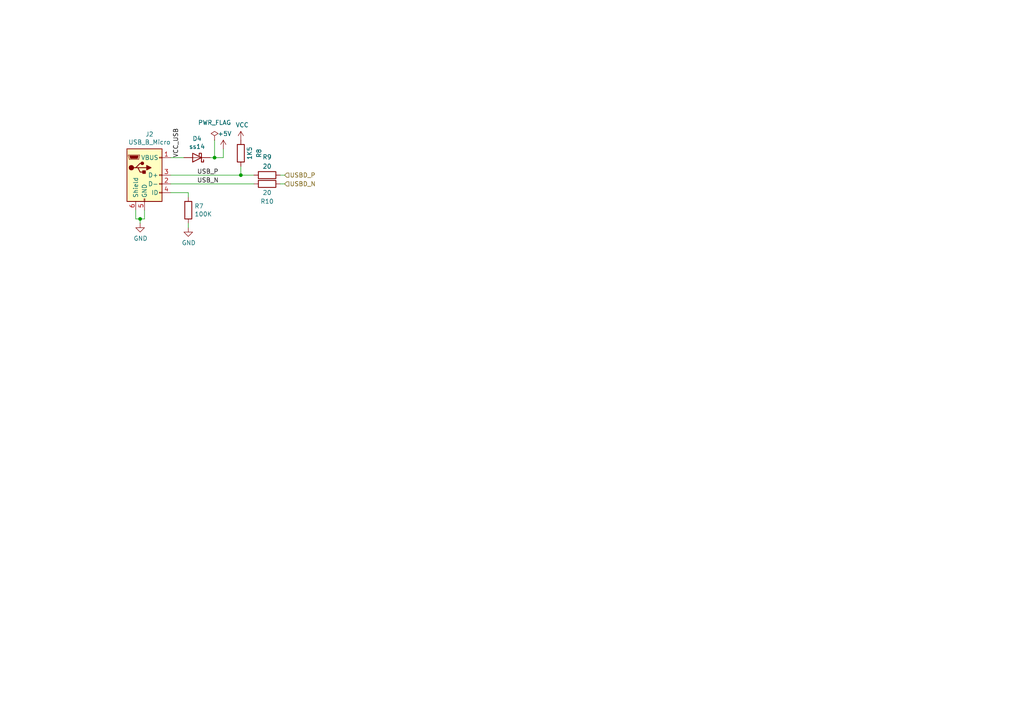
<source format=kicad_sch>
(kicad_sch (version 20231120) (generator "eeschema") (generator_version "8.0")
  (paper "A4")
  (title_block (title "STM32F103 Devel") (date "2024-08-19") (rev "0.0.3") (company "Daniel Vilas"))
  (lib_symbols
    (symbol "Connector:USB_B_Micro" (pin_names (offset 1.016))
      (property "Reference" "J" (at -5.08 11.43 0))
      (property "Value" "USB_B_Micro" (at -5.08 8.89 0))
      (symbol "USB_B_Micro_0_1"
        (rectangle (start -5.08 -7.62) (end 5.08 7.62) (stroke (width 0.254)) (fill (type background)))
        (circle (center -3.81 2.159) (radius 0.635) (stroke (width 0.254)) (fill (type outline)))
        (circle (center -0.635 3.429) (radius 0.381) (stroke (width 0.254)) (fill (type outline)))
        (rectangle (start -0.127 -7.62) (end 0.127 -6.858))
        (polyline (pts (xy -1.905 2.159) (xy 0.635 2.159)) (stroke (width 0.254)))
        (polyline (pts (xy -3.175 2.159) (xy -2.54 2.159) (xy -1.27 3.429) (xy -0.635 3.429)) (stroke (width 0.254)))
        (polyline (pts (xy -2.54 2.159) (xy -1.905 2.159) (xy -1.27 0.889) (xy 0 0.889)) (stroke (width 0.254)))
        (polyline (pts (xy 0.635 2.794) (xy 0.635 1.524) (xy 1.905 2.159) (xy 0.635 2.794)) (stroke (width 0.254)) (fill (type outline)))
        (polyline (pts (xy -4.318 5.588) (xy -1.778 5.588) (xy -2.032 4.826) (xy -4.064 4.826) (xy -4.318 5.588)) (fill (type outline)))
        (polyline (pts (xy -4.699 5.842) (xy -4.699 5.588) (xy -4.445 4.826) (xy -4.445 4.572) (xy -1.651 4.572) (xy -1.651 4.826) (xy -1.397 5.588) (xy -1.397 5.842) (xy -4.699 5.842)))
        (rectangle (start 0.254 1.27) (end -0.508 0.508) (stroke (width 0.254)) (fill (type outline)))
        (rectangle (start 5.08 -5.207) (end 4.318 -4.953))
        (rectangle (start 5.08 -2.667) (end 4.318 -2.413))
        (rectangle (start 5.08 -0.127) (end 4.318 0.127))
        (rectangle (start 5.08 4.953) (end 4.318 5.207))
      )
      (symbol "USB_B_Micro_1_1"
        (pin power_out line (at 7.62 5.08 180) (length 2.54) (name "VBUS") (number "1"))
        (pin bidirectional line (at 7.62 -2.54 180) (length 2.54) (name "D-") (number "2"))
        (pin bidirectional line (at 7.62 0 180) (length 2.54) (name "D+") (number "3"))
        (pin passive line (at 7.62 -5.08 180) (length 2.54) (name "ID") (number "4"))
        (pin power_out line (at 0 -10.16 90) (length 2.54) (name "GND") (number "5"))
        (pin passive line (at -2.54 -10.16 90) (length 2.54) (name "Shield") (number "6"))
      )
    )
    (symbol "Device:D_Schottky" (pin_numbers hide) (pin_names (offset 1.016) hide)
      (property "Reference" "D" (at 0 2.54 0))
      (property "Value" "D_Schottky" (at 0 -2.54 0))
      (symbol "D_Schottky_0_1"
        (polyline (pts (xy 1.27 0) (xy -1.27 0)))
        (polyline (pts (xy 1.27 1.27) (xy 1.27 -1.27) (xy -1.27 0) (xy 1.27 1.27)) (stroke (width 0.254)))
        (polyline (pts (xy -1.905 0.635) (xy -1.905 1.27) (xy -1.27 1.27) (xy -1.27 -1.27) (xy -0.635 -1.27) (xy -0.635 -0.635)) (stroke (width 0.254)))
      )
      (symbol "D_Schottky_1_1"
        (pin passive line (at -3.81 0 0) (length 2.54) (name "K") (number "1"))
        (pin passive line (at 3.81 0 180) (length 2.54) (name "A") (number "2"))
      )
    )
    (symbol "Device:R" (pin_numbers hide) (pin_names (offset 0))
      (property "Reference" "R" (at 2.032 0 90))
      (property "Value" "R" (at 0 0 90))
      (symbol "R_0_1"
        (rectangle (start -1.016 -2.54) (end 1.016 2.54) (stroke (width 0.254)))
      )
      (symbol "R_1_1"
        (pin passive line (at 0 3.81 270) (length 1.27) (name "~") (number "1"))
        (pin passive line (at 0 -3.81 90) (length 1.27) (name "~") (number "2"))
      )
    )
    (symbol "power:+5V" (power) (pin_numbers hide) (pin_names (offset 0) hide)
      (property "Value" "+5V" (at 0 3.556 0))
      (symbol "+5V_0_1"
        (polyline (pts (xy -0.762 1.27) (xy 0 2.54)))
        (polyline (pts (xy 0 0) (xy 0 2.54)))
        (polyline (pts (xy 0 2.54) (xy 0.762 1.27)))
      )
      (symbol "+5V_1_1"
        (pin power_in line (at 0 0 90) (length 0) (name "~") (number "1"))
      )
    )
    (symbol "power:GND" (power) (pin_numbers hide) (pin_names (offset 0) hide)
      (property "Value" "GND" (at 0 -3.81 0))
      (symbol "GND_0_1"
        (polyline (pts (xy 0 0) (xy 0 -1.27) (xy 1.27 -1.27) (xy 0 -2.54) (xy -1.27 -1.27) (xy 0 -1.27)))
      )
      (symbol "GND_1_1"
        (pin power_in line (at 0 0 270) (length 0) (name "~") (number "1"))
      )
    )
    (symbol "power:PWR_FLAG" (power) (pin_numbers hide) (pin_names (offset 0) hide)
      (property "Value" "PWR_FLAG" (at 0 3.81 0))
      (symbol "PWR_FLAG_0_0"
        (pin power_out line (at 0 0 90) (length 0) (name "~") (number "1"))
      )
      (symbol "PWR_FLAG_0_1"
        (polyline (pts (xy 0 0) (xy 0 1.27) (xy -1.016 1.905) (xy 0 2.54) (xy 1.016 1.905) (xy 0 1.27)))
      )
    )
    (symbol "power:VCC" (power) (pin_numbers hide) (pin_names (offset 0) hide)
      (property "Value" "VCC" (at 0 3.556 0))
      (symbol "VCC_0_1"
        (polyline (pts (xy -0.762 1.27) (xy 0 2.54)))
        (polyline (pts (xy 0 0) (xy 0 2.54)))
        (polyline (pts (xy 0 2.54) (xy 0.762 1.27)))
      )
      (symbol "VCC_1_1"
        (pin power_in line (at 0 0 90) (length 0) (name "~") (number "1"))
      )
    )
  )
  (junction (at 40.64 63.5))
  (junction (at 69.85 50.8))
  (junction (at 62.23 45.72))
  (wire (pts (xy 39.37 63.5) (xy 40.64 63.5)))
  (wire (pts (xy 81.28 50.8) (xy 82.55 50.8)))
  (wire (pts (xy 54.61 64.77) (xy 54.61 66.04)))
  (wire (pts (xy 49.53 50.8) (xy 69.85 50.8)))
  (wire (pts (xy 40.64 63.5) (xy 40.64 64.77)))
  (wire (pts (xy 60.96 45.72) (xy 62.23 45.72)))
  (wire (pts (xy 69.85 48.26) (xy 69.85 50.8)))
  (wire (pts (xy 49.53 55.88) (xy 54.61 55.88)))
  (wire (pts (xy 49.53 53.34) (xy 73.66 53.34)))
  (wire (pts (xy 69.85 50.8) (xy 73.66 50.8)))
  (wire (pts (xy 62.23 40.64) (xy 62.23 45.72)))
  (wire (pts (xy 49.53 45.72) (xy 53.34 45.72)))
  (wire (pts (xy 62.23 45.72) (xy 64.77 45.72)))
  (wire (pts (xy 41.91 63.5) (xy 40.64 63.5)))
  (wire (pts (xy 81.28 53.34) (xy 82.55 53.34)))
  (wire (pts (xy 54.61 55.88) (xy 54.61 57.15)))
  (wire (pts (xy 41.91 60.96) (xy 41.91 63.5)))
  (wire (pts (xy 64.77 45.72) (xy 64.77 43.18)))
  (wire (pts (xy 39.37 60.96) (xy 39.37 63.5)))
  (label "USB_P" (at 57.15 50.8 0))
  (label "VCC_USB" (at 52.07 45.72 90))
  (label "USB_N" (at 57.15 53.34 0))
  (hierarchical_label "USBD_P" (shape input) (at 82.55 50.8 0))
  (hierarchical_label "USBD_N" (shape input) (at 82.55 53.34 0))
  (symbol (lib_id "Connector:USB_B_Micro") (at 41.91 50.8 0) (unit 1)
    (property "Reference" "J2" (at 43.3578 38.9382 0))
    (property "Value" "USB_B_Micro" (at 43.3578 41.2496 0))
    (property "Footprint" "Connector_USB:USB_Micro-B_Amphenol_10118193-0001LF_Horizontal" (effects (hide yes)))
    (property "Description" "USB Micro Type B connector" (effects (hide yes)))
    (property "Manufacturer" "Würth Elektronik" (effects (hide yes)))
    (property "LCSC" "C132562" (effects (hide yes)))
    (property "mpn" "10118193-0001LF" (effects (hide yes)))
    (instances (project "" (path "" (reference "J2") (unit 1))) (project "" (path "" (reference "J301") (unit 1))))
  )
  (symbol (lib_id "power:+5V") (at 64.77 43.18 0) (unit 1)
    (property "Reference" "#PWR027" (effects (hide yes)))
    (property "Value" "+5V" (at 65.151 38.7858 0))
    (property "Description" "Power symbol creates a global label with name \"+5V\"" (effects (hide yes)))
    (instances (project "" (path "" (reference "#PWR027") (unit 1))) (project "" (path "" (reference "#PWR0303") (unit 1))))
  )
  (symbol (lib_id "power:GND") (at 40.64 64.77 0) (unit 1)
    (property "Reference" "#PWR024" (effects (hide yes)))
    (property "Value" "GND" (at 40.767 69.1642 0))
    (property "Description" "Power symbol creates a global label with name \"GND\" , ground" (effects (hide yes)))
    (instances (project "" (path "" (reference "#PWR024") (unit 1))) (project "" (path "" (reference "#PWR0301") (unit 1))))
  )
  (symbol (lib_id "Device:R") (at 54.61 60.96 0) (unit 1)
    (property "Reference" "R7" (at 56.388 59.7916 0) (effects (justify left)))
    (property "Value" "100K" (at 56.388 62.103 0) (effects (justify left)))
    (property "Footprint" "Resistor_SMD:R_0805_2012Metric" (effects (hide yes)))
    (property "LCSC" "C17407" (effects (hide yes)))
    (property "Manufacturer" "Bourns Inc." (effects (hide yes)))
    (property "mpn" "CR0805-FX-1003ELF" (effects (hide yes)))
    (instances (project "STM32103_Devel" (path "" (reference "R7") (unit 1))) (project "STM32103_Devel" (path "" (reference "R301") (unit 1))))
  )
  (symbol (lib_id "power:GND") (at 54.61 66.04 0) (unit 1)
    (property "Reference" "#PWR025" (effects (hide yes)))
    (property "Value" "GND" (at 54.737 70.4342 0))
    (property "Description" "Power symbol creates a global label with name \"GND\" , ground" (effects (hide yes)))
    (instances (project "" (path "" (reference "#PWR025") (unit 1))) (project "" (path "" (reference "#PWR0302") (unit 1))))
  )
  (symbol (lib_id "Device:R") (at 77.47 50.8 270) (unit 1)
    (property "Reference" "R9" (at 77.47 45.5422 90))
    (property "Value" "20" (at 77.47 48.26 90))
    (property "Footprint" "Resistor_SMD:R_0805_2012Metric" (effects (hide yes)))
    (property "LCSC" "C17544" (effects (hide yes)))
    (property "Manufacturer" "Bourns Inc." (effects (hide yes)))
    (property "mpn" "CR0805-FX-20R0ELF" (effects (hide yes)))
    (instances (project "STM32103_Devel" (path "" (reference "R9") (unit 1))) (project "STM32103_Devel" (path "" (reference "R303") (unit 1))))
  )
  (symbol (lib_id "Device:R") (at 77.47 53.34 90) (unit 1)
    (property "Reference" "R10" (at 77.47 58.42 90))
    (property "Value" "20" (at 77.47 55.88 90))
    (property "Footprint" "Resistor_SMD:R_0805_2012Metric" (effects (hide yes)))
    (property "LCSC" "C17544" (effects (hide yes)))
    (property "Manufacturer" "Bourns Inc." (effects (hide yes)))
    (property "mpn" "CR0805-FX-20R0ELF" (effects (hide yes)))
    (instances (project "STM32103_Devel" (path "" (reference "R10") (unit 1))) (project "STM32103_Devel" (path "" (reference "R304") (unit 1))))
  )
  (symbol (lib_id "power:VCC") (at 69.85 40.64 0) (unit 1)
    (property "Reference" "#PWR028" (effects (hide yes)))
    (property "Value" "VCC" (at 70.231 36.2458 0))
    (property "Description" "Power symbol creates a global label with name \"VCC\"" (effects (hide yes)))
    (instances (project "" (path "" (reference "#PWR028") (unit 1))) (project "" (path "" (reference "#PWR0304") (unit 1))))
  )
  (symbol (lib_id "Device:R") (at 69.85 44.45 180) (unit 1)
    (property "Reference" "R8" (at 75.1078 44.45 90))
    (property "Value" "1K5" (at 72.39 44.45 90))
    (property "Footprint" "Resistor_SMD:R_0805_2012Metric" (effects (hide yes)))
    (property "LCSC" "C4310" (effects (hide yes)))
    (property "Manufacturer" "Bourns Inc." (effects (hide yes)))
    (property "mpn" "CR0805-FX-1501ELF" (effects (hide yes)))
    (instances (project "STM32103_Devel" (path "" (reference "R8") (unit 1))) (project "STM32103_Devel" (path "" (reference "R302") (unit 1))))
  )
  (symbol (lib_id "Device:D_Schottky") (at 57.15 45.72 180) (unit 1)
    (property "Reference" "D4" (at 57.15 40.2082 0))
    (property "Value" "ss14" (at 57.15 42.5196 0))
    (property "Footprint" "Diode_SMD:D_SMA" (effects (hide yes)))
    (property "LCSC" "C2480" (effects (hide yes)))
    (property "Manufacturer" "onsemi" (effects (hide yes)))
    (property "mpn" "SS14" (effects (hide yes)))
    (instances (project "STM32103_Devel" (path "" (reference "D4") (unit 1))) (project "STM32103_Devel" (path "" (reference "D301") (unit 1))))
  )
  (symbol (lib_id "power:PWR_FLAG") (at 62.23 40.64 0) (unit 1)
    (property "Reference" "#FLG01" (effects (hide yes)))
    (property "Value" "PWR_FLAG" (at 62.23 35.56 0))
    (property "Description" "Special symbol for telling ERC where power comes from" (effects (hide yes)))
    (instances (project "" (path "" (reference "#FLG01") (unit 1))) (project "" (path "" (reference "#FLG0301") (unit 1))))
  )
)
</source>
